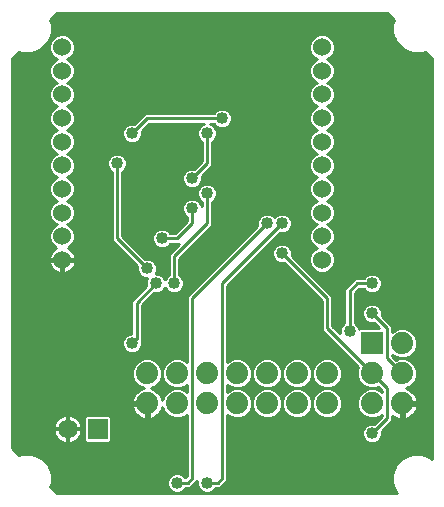
<source format=gbl>
G75*
G70*
%OFA0B0*%
%FSLAX24Y24*%
%IPPOS*%
%LPD*%
%AMOC8*
5,1,8,0,0,1.08239X$1,22.5*
%
%ADD10C,0.0600*%
%ADD11R,0.0740X0.0740*%
%ADD12C,0.0740*%
%ADD13R,0.0650X0.0650*%
%ADD14C,0.0650*%
%ADD15C,0.0100*%
%ADD16C,0.0400*%
D10*
X002401Y008519D03*
X002401Y009307D03*
X002401Y010094D03*
X002401Y010881D03*
X002401Y011669D03*
X002401Y012456D03*
X002401Y013244D03*
X002401Y014031D03*
X002401Y014818D03*
X002401Y015606D03*
X011063Y015606D03*
X011063Y014818D03*
X011063Y014031D03*
X011063Y013244D03*
X011063Y012456D03*
X011063Y011669D03*
X011063Y010881D03*
X011063Y010094D03*
X011063Y009307D03*
X011063Y008519D03*
D11*
X012732Y005732D03*
D12*
X012732Y004732D03*
X012732Y003732D03*
X013732Y003732D03*
X013732Y004732D03*
X013732Y005732D03*
X011232Y004732D03*
X011232Y003732D03*
X010232Y003732D03*
X010232Y004732D03*
X009232Y004732D03*
X009232Y003732D03*
X008232Y003732D03*
X008232Y004732D03*
X007232Y004732D03*
X007232Y003732D03*
X006232Y003732D03*
X006232Y004732D03*
X005232Y004732D03*
X005232Y003732D03*
D13*
X003582Y002882D03*
D14*
X002582Y002882D03*
D15*
X000958Y002006D02*
X000732Y002232D01*
X000732Y015232D01*
X000958Y015458D01*
X001069Y015412D01*
X001195Y015412D01*
X001232Y015412D01*
X001395Y015412D01*
X001696Y015537D01*
X001696Y015537D01*
X001927Y015767D01*
X001927Y015767D01*
X002052Y016069D01*
X002052Y016395D01*
X002006Y016506D01*
X002232Y016732D01*
X013232Y016732D01*
X013458Y016506D01*
X013412Y016395D01*
X013412Y016069D01*
X013412Y016069D01*
X013537Y015767D01*
X013767Y015537D01*
X013767Y015537D01*
X014069Y015412D01*
X014232Y015412D01*
X014269Y015412D01*
X014395Y015412D01*
X014506Y015458D01*
X014732Y015232D01*
X014732Y001891D01*
X014696Y001927D01*
X014395Y002052D01*
X014269Y002052D01*
X014232Y002052D01*
X014232Y002052D01*
X014195Y002052D01*
X014069Y002052D01*
X014069Y002052D01*
X013767Y001927D01*
X013537Y001696D01*
X013537Y001696D01*
X013412Y001395D01*
X013412Y001069D01*
X013412Y001069D01*
X013537Y000767D01*
X013572Y000732D01*
X002232Y000732D01*
X002006Y000958D01*
X002052Y001069D01*
X002052Y001395D01*
X001927Y001696D01*
X001927Y001696D01*
X001696Y001927D01*
X001395Y002052D01*
X001269Y002052D01*
X001232Y002052D01*
X001215Y002052D01*
X001195Y002052D01*
X001069Y002052D01*
X000958Y002006D01*
X001069Y002052D02*
X001069Y002052D01*
X000859Y002104D02*
X006552Y002104D01*
X006552Y002006D02*
X001506Y002006D01*
X001395Y002052D02*
X001395Y002052D01*
X001696Y001927D02*
X001696Y001927D01*
X001716Y001907D02*
X006552Y001907D01*
X006552Y001809D02*
X001815Y001809D01*
X001913Y001710D02*
X006552Y001710D01*
X006552Y001611D02*
X001962Y001611D01*
X002003Y001513D02*
X006552Y001513D01*
X006552Y001414D02*
X002044Y001414D01*
X002052Y001395D02*
X002052Y001395D01*
X002052Y001316D02*
X005999Y001316D01*
X006045Y001362D02*
X005952Y001269D01*
X005902Y001147D01*
X005902Y001016D01*
X005952Y000895D01*
X006045Y000802D01*
X006166Y000752D01*
X006297Y000752D01*
X006419Y000802D01*
X006512Y000895D01*
X006514Y000902D01*
X006656Y000902D01*
X006902Y001147D01*
X006902Y001016D01*
X006952Y000895D01*
X007045Y000802D01*
X007166Y000752D01*
X007297Y000752D01*
X007419Y000802D01*
X007512Y000895D01*
X007514Y000902D01*
X007656Y000902D01*
X007912Y001157D01*
X007912Y001306D01*
X007912Y003345D01*
X007949Y003308D01*
X008132Y003232D01*
X008331Y003232D01*
X008515Y003308D01*
X008656Y003449D01*
X008732Y003632D01*
X008808Y003449D01*
X008949Y003308D01*
X009132Y003232D01*
X009331Y003232D01*
X009515Y003308D01*
X009656Y003449D01*
X009732Y003632D01*
X009808Y003449D01*
X009949Y003308D01*
X010132Y003232D01*
X010331Y003232D01*
X010515Y003308D01*
X010656Y003449D01*
X010732Y003632D01*
X010808Y003449D01*
X010949Y003308D01*
X011132Y003232D01*
X011331Y003232D01*
X011515Y003308D01*
X011656Y003449D01*
X011732Y003632D01*
X011732Y003831D01*
X011656Y004015D01*
X011515Y004156D01*
X011331Y004232D01*
X011515Y004308D01*
X011656Y004449D01*
X011732Y004632D01*
X011732Y004831D01*
X011656Y005015D01*
X011515Y005156D01*
X011331Y005232D01*
X011132Y005232D01*
X010949Y005156D01*
X010808Y005015D01*
X010732Y004831D01*
X010732Y004632D01*
X010808Y004449D01*
X010949Y004308D01*
X011132Y004232D01*
X011331Y004232D01*
X011132Y004232D01*
X010949Y004156D01*
X010808Y004015D01*
X010732Y003831D01*
X010732Y003632D01*
X010732Y003831D01*
X010656Y004015D01*
X010515Y004156D01*
X010331Y004232D01*
X010515Y004308D01*
X010656Y004449D01*
X010732Y004632D01*
X010732Y004831D01*
X010656Y005015D01*
X010515Y005156D01*
X010331Y005232D01*
X010132Y005232D01*
X009949Y005156D01*
X009808Y005015D01*
X009732Y004831D01*
X009732Y004632D01*
X009808Y004449D01*
X009949Y004308D01*
X010132Y004232D01*
X010331Y004232D01*
X010132Y004232D01*
X009949Y004156D01*
X009808Y004015D01*
X009732Y003831D01*
X009732Y003632D01*
X009732Y003831D01*
X009656Y004015D01*
X009515Y004156D01*
X009331Y004232D01*
X009515Y004308D01*
X009656Y004449D01*
X009732Y004632D01*
X009732Y004831D01*
X009656Y005015D01*
X009515Y005156D01*
X009331Y005232D01*
X009132Y005232D01*
X008949Y005156D01*
X008808Y005015D01*
X008732Y004831D01*
X008732Y004632D01*
X008808Y004449D01*
X008949Y004308D01*
X009132Y004232D01*
X009331Y004232D01*
X009132Y004232D01*
X008949Y004156D01*
X008808Y004015D01*
X008732Y003831D01*
X008732Y003632D01*
X008732Y003831D01*
X008656Y004015D01*
X008515Y004156D01*
X008331Y004232D01*
X008515Y004308D01*
X008656Y004449D01*
X008732Y004632D01*
X008732Y004831D01*
X008656Y005015D01*
X008515Y005156D01*
X008331Y005232D01*
X008132Y005232D01*
X007949Y005156D01*
X007912Y005119D01*
X007912Y007657D01*
X009659Y009405D01*
X009666Y009402D01*
X009797Y009402D01*
X009919Y009452D01*
X010012Y009545D01*
X010062Y009666D01*
X010062Y009797D01*
X010012Y009919D01*
X009919Y010012D01*
X009797Y010062D01*
X009666Y010062D01*
X009545Y010012D01*
X009482Y009948D01*
X009419Y010012D01*
X009297Y010062D01*
X009166Y010062D01*
X009045Y010012D01*
X008952Y009919D01*
X008902Y009797D01*
X008902Y009666D01*
X008905Y009659D01*
X006657Y007412D01*
X006552Y007306D01*
X006552Y005119D01*
X006515Y005156D01*
X006331Y005232D01*
X006132Y005232D01*
X005949Y005156D01*
X005808Y005015D01*
X005732Y004831D01*
X005732Y004632D01*
X005808Y004449D01*
X005949Y004308D01*
X006132Y004232D01*
X006331Y004232D01*
X006515Y004308D01*
X006552Y004345D01*
X006552Y004119D01*
X006515Y004156D01*
X006331Y004232D01*
X006132Y004232D01*
X005949Y004156D01*
X005808Y004015D01*
X005740Y003850D01*
X005739Y003854D01*
X005714Y003931D01*
X005677Y004004D01*
X005628Y004071D01*
X005571Y004128D01*
X005504Y004177D01*
X005431Y004214D01*
X005354Y004239D01*
X005350Y004240D01*
X005515Y004308D01*
X005656Y004449D01*
X005732Y004632D01*
X005732Y004831D01*
X005656Y005015D01*
X005515Y005156D01*
X005331Y005232D01*
X005132Y005232D01*
X004949Y005156D01*
X004808Y005015D01*
X004732Y004831D01*
X004732Y004632D01*
X004808Y004449D01*
X004949Y004308D01*
X005114Y004240D01*
X005110Y004239D01*
X005032Y004214D01*
X004959Y004177D01*
X004893Y004128D01*
X004835Y004071D01*
X004787Y004004D01*
X004750Y003931D01*
X004725Y003854D01*
X004713Y003782D01*
X005182Y003782D01*
X005182Y003682D01*
X005282Y003682D01*
X005282Y003213D01*
X005354Y003225D01*
X005431Y003250D01*
X005504Y003287D01*
X005571Y003335D01*
X005628Y003393D01*
X005677Y003459D01*
X005714Y003532D01*
X005739Y003610D01*
X005740Y003614D01*
X005808Y003449D01*
X005949Y003308D01*
X006132Y003232D01*
X006331Y003232D01*
X006515Y003308D01*
X006552Y003345D01*
X006552Y001306D01*
X006512Y001267D01*
X006512Y001269D01*
X006419Y001362D01*
X006297Y001412D01*
X006166Y001412D01*
X006045Y001362D01*
X005931Y001217D02*
X002052Y001217D01*
X002052Y001119D02*
X005902Y001119D01*
X005902Y001020D02*
X002032Y001020D01*
X002052Y001069D02*
X002052Y001069D01*
X002042Y000922D02*
X005941Y000922D01*
X006024Y000823D02*
X002141Y000823D01*
X002471Y002419D02*
X002544Y002407D01*
X002563Y002407D01*
X002563Y002863D01*
X002601Y002863D01*
X002601Y002901D01*
X003057Y002901D01*
X003057Y002919D01*
X003045Y002993D01*
X003022Y003064D01*
X002988Y003131D01*
X002944Y003191D01*
X002891Y003244D01*
X002831Y003288D01*
X002764Y003322D01*
X002693Y003345D01*
X002619Y003357D01*
X002601Y003357D01*
X002601Y002901D01*
X002563Y002901D01*
X002563Y003357D01*
X002544Y003357D01*
X002471Y003345D01*
X002399Y003322D01*
X002333Y003288D01*
X002272Y003244D01*
X002219Y003191D01*
X002176Y003131D01*
X002142Y003064D01*
X002119Y002993D01*
X002107Y002919D01*
X002107Y002901D01*
X002563Y002901D01*
X002563Y002863D01*
X002107Y002863D01*
X002107Y002844D01*
X002119Y002771D01*
X002142Y002699D01*
X002176Y002633D01*
X002219Y002572D01*
X002272Y002519D01*
X002333Y002476D01*
X002399Y002442D01*
X002471Y002419D01*
X002563Y002498D02*
X002601Y002498D01*
X002601Y002407D02*
X002619Y002407D01*
X002693Y002419D01*
X002764Y002442D01*
X002831Y002476D01*
X002891Y002519D01*
X002944Y002572D01*
X002988Y002633D01*
X003022Y002699D01*
X003045Y002771D01*
X003057Y002844D01*
X003057Y002863D01*
X002601Y002863D01*
X002601Y002407D01*
X002601Y002597D02*
X002563Y002597D01*
X002563Y002695D02*
X002601Y002695D01*
X002601Y002794D02*
X002563Y002794D01*
X002563Y002892D02*
X000732Y002892D01*
X000732Y002794D02*
X002115Y002794D01*
X002144Y002695D02*
X000732Y002695D01*
X000732Y002597D02*
X002202Y002597D01*
X002301Y002498D02*
X000732Y002498D01*
X000732Y002400D02*
X006552Y002400D01*
X006552Y002498D02*
X004032Y002498D01*
X004037Y002503D02*
X003961Y002427D01*
X003203Y002427D01*
X003127Y002503D01*
X003127Y003261D01*
X003203Y003337D01*
X003961Y003337D01*
X004037Y003261D01*
X004037Y002503D01*
X004037Y002597D02*
X006552Y002597D01*
X006552Y002695D02*
X004037Y002695D01*
X004037Y002794D02*
X006552Y002794D01*
X006552Y002892D02*
X004037Y002892D01*
X004037Y002991D02*
X006552Y002991D01*
X006552Y003090D02*
X004037Y003090D01*
X004037Y003188D02*
X006552Y003188D01*
X006552Y003287D02*
X006464Y003287D01*
X006000Y003287D02*
X005504Y003287D01*
X005621Y003385D02*
X005871Y003385D01*
X005793Y003484D02*
X005689Y003484D01*
X005730Y003582D02*
X005753Y003582D01*
X005731Y003878D02*
X005751Y003878D01*
X005792Y003976D02*
X005691Y003976D01*
X005624Y004075D02*
X005868Y004075D01*
X005992Y004174D02*
X005508Y004174D01*
X005428Y004272D02*
X006035Y004272D01*
X005886Y004371D02*
X005578Y004371D01*
X005664Y004469D02*
X005799Y004469D01*
X005759Y004568D02*
X005705Y004568D01*
X005732Y004666D02*
X005732Y004666D01*
X005732Y004765D02*
X005732Y004765D01*
X005719Y004863D02*
X005745Y004863D01*
X005786Y004962D02*
X005678Y004962D01*
X005610Y005060D02*
X005853Y005060D01*
X005957Y005159D02*
X005507Y005159D01*
X005012Y005545D02*
X005062Y005666D01*
X005062Y005797D01*
X005059Y005804D01*
X005062Y005807D01*
X005062Y005956D01*
X005062Y007007D01*
X005459Y007405D01*
X005466Y007402D01*
X005597Y007402D01*
X005719Y007452D01*
X005812Y007545D01*
X005832Y007594D01*
X005852Y007545D01*
X005945Y007452D01*
X006066Y007402D01*
X006197Y007402D01*
X006319Y007452D01*
X006412Y007545D01*
X006462Y007666D01*
X006462Y007797D01*
X006412Y007919D01*
X006319Y008012D01*
X006312Y008014D01*
X006312Y008557D01*
X007306Y009552D01*
X007412Y009657D01*
X007412Y010449D01*
X007419Y010452D01*
X007512Y010545D01*
X007562Y010666D01*
X007562Y010797D01*
X007512Y010919D01*
X007419Y011012D01*
X007297Y011062D01*
X007166Y011062D01*
X007045Y011012D01*
X006952Y010919D01*
X006902Y010797D01*
X006902Y010666D01*
X006952Y010545D01*
X007045Y010452D01*
X007052Y010449D01*
X007052Y010321D01*
X007012Y010419D01*
X006919Y010512D01*
X006797Y010562D01*
X006666Y010562D01*
X006545Y010512D01*
X006452Y010419D01*
X006402Y010297D01*
X006402Y010166D01*
X006452Y010045D01*
X006545Y009952D01*
X006552Y009949D01*
X006552Y009806D01*
X006157Y009412D01*
X006014Y009412D01*
X006012Y009419D01*
X005919Y009512D01*
X005797Y009562D01*
X005666Y009562D01*
X005545Y009512D01*
X005452Y009419D01*
X005402Y009297D01*
X005402Y009166D01*
X005452Y009045D01*
X005545Y008952D01*
X005666Y008902D01*
X005797Y008902D01*
X005919Y008952D01*
X006012Y009045D01*
X006014Y009052D01*
X006157Y009052D01*
X006297Y009052D01*
X005952Y008706D01*
X005952Y008557D01*
X005952Y008014D01*
X005945Y008012D01*
X005852Y007919D01*
X005832Y007870D01*
X005812Y007919D01*
X005719Y008012D01*
X005597Y008062D01*
X005519Y008062D01*
X005562Y008166D01*
X005562Y008297D01*
X005512Y008419D01*
X005419Y008512D01*
X005297Y008562D01*
X005166Y008562D01*
X005159Y008559D01*
X004412Y009306D01*
X004412Y011449D01*
X004419Y011452D01*
X004512Y011545D01*
X004562Y011666D01*
X004562Y011797D01*
X004512Y011919D01*
X004419Y012012D01*
X004297Y012062D01*
X004166Y012062D01*
X004045Y012012D01*
X003952Y011919D01*
X003902Y011797D01*
X003902Y011666D01*
X003952Y011545D01*
X004045Y011452D01*
X004052Y011449D01*
X004052Y009157D01*
X004157Y009052D01*
X004905Y008304D01*
X004902Y008297D01*
X004902Y008166D01*
X004952Y008045D01*
X005045Y007952D01*
X005166Y007902D01*
X005245Y007902D01*
X005202Y007797D01*
X005202Y007666D01*
X005205Y007659D01*
X004702Y007156D01*
X004702Y007007D01*
X004702Y006062D01*
X004666Y006062D01*
X004545Y006012D01*
X004452Y005919D01*
X004402Y005797D01*
X004402Y005666D01*
X004452Y005545D01*
X004545Y005452D01*
X004666Y005402D01*
X004797Y005402D01*
X004919Y005452D01*
X005012Y005545D01*
X005015Y005553D02*
X006552Y005553D01*
X006552Y005455D02*
X004921Y005455D01*
X005056Y005652D02*
X006552Y005652D01*
X006552Y005750D02*
X005062Y005750D01*
X005062Y005849D02*
X006552Y005849D01*
X006552Y005947D02*
X005062Y005947D01*
X005062Y006046D02*
X006552Y006046D01*
X006552Y006144D02*
X005062Y006144D01*
X005062Y006243D02*
X006552Y006243D01*
X006552Y006341D02*
X005062Y006341D01*
X005062Y006440D02*
X006552Y006440D01*
X006552Y006539D02*
X005062Y006539D01*
X005062Y006637D02*
X006552Y006637D01*
X006552Y006736D02*
X005062Y006736D01*
X005062Y006834D02*
X006552Y006834D01*
X006552Y006933D02*
X005062Y006933D01*
X005086Y007031D02*
X006552Y007031D01*
X006552Y007130D02*
X005184Y007130D01*
X005283Y007228D02*
X006552Y007228D01*
X006572Y007327D02*
X005381Y007327D01*
X005168Y007623D02*
X000732Y007623D01*
X000732Y007721D02*
X005202Y007721D01*
X005211Y007820D02*
X000732Y007820D01*
X000732Y007918D02*
X005127Y007918D01*
X004980Y008017D02*
X000732Y008017D01*
X000732Y008115D02*
X002203Y008115D01*
X002228Y008102D02*
X002296Y008080D01*
X002366Y008069D01*
X002372Y008069D01*
X002372Y008490D01*
X002430Y008490D01*
X002430Y008069D01*
X002436Y008069D01*
X002506Y008080D01*
X002574Y008102D01*
X002637Y008134D01*
X002694Y008176D01*
X002744Y008226D01*
X002786Y008283D01*
X002818Y008346D01*
X002840Y008414D01*
X002851Y008484D01*
X002851Y008490D01*
X002430Y008490D01*
X002430Y008548D01*
X002851Y008548D01*
X002851Y008555D01*
X002840Y008625D01*
X002818Y008692D01*
X002786Y008755D01*
X002744Y008812D01*
X002694Y008862D01*
X002637Y008904D01*
X002599Y008923D01*
X002645Y008942D01*
X002766Y009063D01*
X002831Y009221D01*
X002831Y009392D01*
X002766Y009550D01*
X002645Y009671D01*
X002574Y009700D01*
X002645Y009729D01*
X002766Y009850D01*
X002831Y010008D01*
X002831Y010180D01*
X002766Y010338D01*
X002645Y010459D01*
X002574Y010488D01*
X002645Y010517D01*
X002766Y010638D01*
X002831Y010796D01*
X002831Y010967D01*
X002766Y011125D01*
X002645Y011246D01*
X002574Y011275D01*
X002645Y011304D01*
X002766Y011425D01*
X002831Y011583D01*
X002831Y011754D01*
X002766Y011912D01*
X002645Y012033D01*
X002574Y012062D01*
X002645Y012092D01*
X002766Y012213D01*
X002831Y012371D01*
X002831Y012542D01*
X002766Y012700D01*
X002645Y012821D01*
X002574Y012850D01*
X002645Y012879D01*
X002766Y013000D01*
X002831Y013158D01*
X002831Y013329D01*
X002766Y013487D01*
X002645Y013608D01*
X002574Y013637D01*
X002645Y013666D01*
X002766Y013787D01*
X002831Y013945D01*
X002831Y014117D01*
X002766Y014275D01*
X002645Y014396D01*
X002574Y014425D01*
X002645Y014454D01*
X002766Y014575D01*
X002831Y014733D01*
X002831Y014904D01*
X002766Y015062D01*
X002645Y015183D01*
X002574Y015212D01*
X002645Y015241D01*
X002766Y015362D01*
X002831Y015520D01*
X002831Y015691D01*
X002766Y015849D01*
X002645Y015970D01*
X002487Y016036D01*
X002316Y016036D01*
X002158Y015970D01*
X002037Y015849D01*
X001971Y015691D01*
X001971Y015520D01*
X002037Y015362D01*
X002158Y015241D01*
X002228Y015212D01*
X002158Y015183D01*
X002037Y015062D01*
X001971Y014904D01*
X001971Y014733D01*
X002037Y014575D01*
X002158Y014454D01*
X002228Y014425D01*
X002158Y014396D01*
X002037Y014275D01*
X001971Y014117D01*
X001971Y013945D01*
X002037Y013787D01*
X002158Y013666D01*
X002228Y013637D01*
X002158Y013608D01*
X002037Y013487D01*
X001971Y013329D01*
X001971Y013158D01*
X002037Y013000D01*
X002158Y012879D01*
X002228Y012850D01*
X002158Y012821D01*
X002037Y012700D01*
X001971Y012542D01*
X001971Y012371D01*
X002037Y012213D01*
X002158Y012092D01*
X002228Y012062D01*
X002158Y012033D01*
X002037Y011912D01*
X001971Y011754D01*
X001971Y011583D01*
X002037Y011425D01*
X002158Y011304D01*
X002228Y011275D01*
X002158Y011246D01*
X002037Y011125D01*
X001971Y010967D01*
X001971Y010796D01*
X002037Y010638D01*
X002158Y010517D01*
X002228Y010488D01*
X002158Y010459D01*
X002037Y010338D01*
X001971Y010180D01*
X001971Y010008D01*
X002037Y009850D01*
X002158Y009729D01*
X002228Y009700D01*
X002158Y009671D01*
X002037Y009550D01*
X001971Y009392D01*
X001971Y009221D01*
X002037Y009063D01*
X002158Y008942D01*
X002203Y008923D01*
X002165Y008904D01*
X002108Y008862D01*
X002058Y008812D01*
X002016Y008755D01*
X001984Y008692D01*
X001962Y008625D01*
X001951Y008555D01*
X001951Y008548D01*
X002372Y008548D01*
X002372Y008490D01*
X001951Y008490D01*
X001951Y008484D01*
X001962Y008414D01*
X001984Y008346D01*
X002016Y008283D01*
X002058Y008226D01*
X002108Y008176D01*
X002165Y008134D01*
X002228Y008102D01*
X002372Y008115D02*
X002430Y008115D01*
X002430Y008214D02*
X002372Y008214D01*
X002372Y008312D02*
X002430Y008312D01*
X002430Y008411D02*
X002372Y008411D01*
X002372Y008509D02*
X000732Y008509D01*
X000732Y008411D02*
X001963Y008411D01*
X002001Y008312D02*
X000732Y008312D01*
X000732Y008214D02*
X002070Y008214D01*
X001960Y008608D02*
X000732Y008608D01*
X000732Y008707D02*
X001992Y008707D01*
X002053Y008805D02*
X000732Y008805D01*
X000732Y008904D02*
X002165Y008904D01*
X002097Y009002D02*
X000732Y009002D01*
X000732Y009101D02*
X002021Y009101D01*
X001980Y009199D02*
X000732Y009199D01*
X000732Y009298D02*
X001971Y009298D01*
X001973Y009396D02*
X000732Y009396D01*
X000732Y009495D02*
X002014Y009495D01*
X002080Y009593D02*
X000732Y009593D01*
X000732Y009692D02*
X002208Y009692D01*
X002096Y009791D02*
X000732Y009791D01*
X000732Y009889D02*
X002021Y009889D01*
X001980Y009988D02*
X000732Y009988D01*
X000732Y010086D02*
X001971Y010086D01*
X001973Y010185D02*
X000732Y010185D01*
X000732Y010283D02*
X002014Y010283D01*
X002081Y010382D02*
X000732Y010382D01*
X000732Y010480D02*
X002210Y010480D01*
X002096Y010579D02*
X000732Y010579D01*
X000732Y010677D02*
X002020Y010677D01*
X001979Y010776D02*
X000732Y010776D01*
X000732Y010874D02*
X001971Y010874D01*
X001974Y010973D02*
X000732Y010973D01*
X000732Y011072D02*
X002014Y011072D01*
X002082Y011170D02*
X000732Y011170D01*
X000732Y011269D02*
X002213Y011269D01*
X002095Y011367D02*
X000732Y011367D01*
X000732Y011466D02*
X002020Y011466D01*
X001979Y011564D02*
X000732Y011564D01*
X000732Y011663D02*
X001971Y011663D01*
X001974Y011761D02*
X000732Y011761D01*
X000732Y011860D02*
X002015Y011860D01*
X002083Y011958D02*
X000732Y011958D01*
X000732Y012057D02*
X002215Y012057D01*
X002094Y012156D02*
X000732Y012156D01*
X000732Y012254D02*
X002019Y012254D01*
X001979Y012353D02*
X000732Y012353D01*
X000732Y012451D02*
X001971Y012451D01*
X001974Y012550D02*
X000732Y012550D01*
X000732Y012648D02*
X002015Y012648D01*
X002084Y012747D02*
X000732Y012747D01*
X000732Y012845D02*
X002217Y012845D01*
X002093Y012944D02*
X000732Y012944D01*
X000732Y013042D02*
X002019Y013042D01*
X001978Y013141D02*
X000732Y013141D01*
X000732Y013240D02*
X001971Y013240D01*
X001975Y013338D02*
X000732Y013338D01*
X000732Y013437D02*
X002016Y013437D01*
X002085Y013535D02*
X000732Y013535D01*
X000732Y013634D02*
X002219Y013634D01*
X002092Y013732D02*
X000732Y013732D01*
X000732Y013831D02*
X002019Y013831D01*
X001978Y013929D02*
X000732Y013929D01*
X000732Y014028D02*
X001971Y014028D01*
X001975Y014126D02*
X000732Y014126D01*
X000732Y014225D02*
X002016Y014225D01*
X002086Y014324D02*
X000732Y014324D01*
X000732Y014422D02*
X002222Y014422D01*
X002091Y014521D02*
X000732Y014521D01*
X000732Y014619D02*
X002018Y014619D01*
X001977Y014718D02*
X000732Y014718D01*
X000732Y014816D02*
X001971Y014816D01*
X001976Y014915D02*
X000732Y014915D01*
X000732Y015013D02*
X002016Y015013D01*
X002086Y015112D02*
X000732Y015112D01*
X000732Y015210D02*
X002224Y015210D01*
X002090Y015309D02*
X000809Y015309D01*
X000907Y015407D02*
X002018Y015407D01*
X001977Y015506D02*
X001622Y015506D01*
X001764Y015605D02*
X001971Y015605D01*
X001976Y015703D02*
X001863Y015703D01*
X001941Y015802D02*
X002017Y015802D01*
X001982Y015900D02*
X002087Y015900D01*
X002023Y015999D02*
X002226Y015999D01*
X002052Y016069D02*
X002052Y016069D01*
X002052Y016097D02*
X013412Y016097D01*
X013412Y016196D02*
X002052Y016196D01*
X002052Y016294D02*
X013412Y016294D01*
X013412Y016393D02*
X002052Y016393D01*
X002052Y016395D02*
X002052Y016395D01*
X002012Y016491D02*
X013452Y016491D01*
X013412Y016395D02*
X013412Y016395D01*
X013374Y016590D02*
X002090Y016590D01*
X002189Y016689D02*
X013275Y016689D01*
X013441Y015999D02*
X011237Y015999D01*
X011306Y015970D02*
X011148Y016036D01*
X010977Y016036D01*
X010819Y015970D01*
X010698Y015849D01*
X010633Y015691D01*
X010633Y015520D01*
X010698Y015362D01*
X010819Y015241D01*
X010889Y015212D01*
X010819Y015183D01*
X010698Y015062D01*
X010633Y014904D01*
X010633Y014733D01*
X010698Y014575D01*
X010819Y014454D01*
X010889Y014425D01*
X010819Y014396D01*
X010698Y014275D01*
X010633Y014117D01*
X010633Y013945D01*
X010698Y013787D01*
X010819Y013666D01*
X010889Y013637D01*
X010819Y013608D01*
X010698Y013487D01*
X010633Y013329D01*
X010633Y013158D01*
X010698Y013000D01*
X010819Y012879D01*
X010889Y012850D01*
X010819Y012821D01*
X010698Y012700D01*
X010633Y012542D01*
X010633Y012371D01*
X010698Y012213D01*
X010819Y012092D01*
X010889Y012062D01*
X010819Y012033D01*
X010698Y011912D01*
X010633Y011754D01*
X010633Y011583D01*
X010698Y011425D01*
X010819Y011304D01*
X010889Y011275D01*
X010819Y011246D01*
X010698Y011125D01*
X010633Y010967D01*
X010633Y010796D01*
X010698Y010638D01*
X010819Y010517D01*
X010889Y010488D01*
X010819Y010459D01*
X010698Y010338D01*
X010633Y010180D01*
X010633Y010008D01*
X010698Y009850D01*
X010819Y009729D01*
X010889Y009700D01*
X010819Y009671D01*
X010698Y009550D01*
X010633Y009392D01*
X010633Y009221D01*
X010698Y009063D01*
X010819Y008942D01*
X010889Y008913D01*
X010819Y008884D01*
X010698Y008763D01*
X010633Y008605D01*
X010633Y008434D01*
X010698Y008276D01*
X010819Y008155D01*
X010977Y008089D01*
X011148Y008089D01*
X011306Y008155D01*
X011427Y008276D01*
X011492Y008434D01*
X011492Y008605D01*
X011427Y008763D01*
X011306Y008884D01*
X011236Y008913D01*
X011306Y008942D01*
X011427Y009063D01*
X011492Y009221D01*
X011492Y009392D01*
X011427Y009550D01*
X011306Y009671D01*
X011236Y009700D01*
X011306Y009729D01*
X011427Y009850D01*
X011492Y010008D01*
X011492Y010180D01*
X011427Y010338D01*
X011306Y010459D01*
X011236Y010488D01*
X011306Y010517D01*
X011427Y010638D01*
X011492Y010796D01*
X011492Y010967D01*
X011427Y011125D01*
X011306Y011246D01*
X011236Y011275D01*
X011306Y011304D01*
X011427Y011425D01*
X011492Y011583D01*
X011492Y011754D01*
X011427Y011912D01*
X011306Y012033D01*
X011236Y012062D01*
X011306Y012092D01*
X011427Y012213D01*
X011492Y012371D01*
X011492Y012542D01*
X011427Y012700D01*
X011306Y012821D01*
X011236Y012850D01*
X011306Y012879D01*
X011427Y013000D01*
X011492Y013158D01*
X011492Y013329D01*
X011427Y013487D01*
X011306Y013608D01*
X011236Y013637D01*
X011306Y013666D01*
X011427Y013787D01*
X011492Y013945D01*
X011492Y014117D01*
X011427Y014275D01*
X011306Y014396D01*
X011236Y014425D01*
X011306Y014454D01*
X011427Y014575D01*
X011492Y014733D01*
X011492Y014904D01*
X011427Y015062D01*
X011306Y015183D01*
X011236Y015212D01*
X011306Y015241D01*
X011427Y015362D01*
X011492Y015520D01*
X011492Y015691D01*
X011427Y015849D01*
X011306Y015970D01*
X011376Y015900D02*
X013482Y015900D01*
X013522Y015802D02*
X011447Y015802D01*
X011488Y015703D02*
X013601Y015703D01*
X013537Y015767D02*
X013537Y015767D01*
X013699Y015605D02*
X011492Y015605D01*
X011487Y015506D02*
X013841Y015506D01*
X014069Y015412D02*
X014069Y015412D01*
X014395Y015412D02*
X014395Y015412D01*
X014556Y015407D02*
X011446Y015407D01*
X011374Y015309D02*
X014655Y015309D01*
X014732Y015210D02*
X011240Y015210D01*
X011377Y015112D02*
X014732Y015112D01*
X014732Y015013D02*
X011447Y015013D01*
X011488Y014915D02*
X014732Y014915D01*
X014732Y014816D02*
X011492Y014816D01*
X011486Y014718D02*
X014732Y014718D01*
X014732Y014619D02*
X011445Y014619D01*
X011373Y014521D02*
X014732Y014521D01*
X014732Y014422D02*
X011242Y014422D01*
X011378Y014324D02*
X014732Y014324D01*
X014732Y014225D02*
X011448Y014225D01*
X011488Y014126D02*
X014732Y014126D01*
X014732Y014028D02*
X011492Y014028D01*
X011486Y013929D02*
X014732Y013929D01*
X014732Y013831D02*
X011445Y013831D01*
X011372Y013732D02*
X014732Y013732D01*
X014732Y013634D02*
X011244Y013634D01*
X011379Y013535D02*
X014732Y013535D01*
X014732Y013437D02*
X011448Y013437D01*
X011489Y013338D02*
X014732Y013338D01*
X014732Y013240D02*
X011492Y013240D01*
X011485Y013141D02*
X014732Y013141D01*
X014732Y013042D02*
X011445Y013042D01*
X011371Y012944D02*
X014732Y012944D01*
X014732Y012845D02*
X011246Y012845D01*
X011380Y012747D02*
X014732Y012747D01*
X014732Y012648D02*
X011448Y012648D01*
X011489Y012550D02*
X014732Y012550D01*
X014732Y012451D02*
X011492Y012451D01*
X011485Y012353D02*
X014732Y012353D01*
X014732Y012254D02*
X011444Y012254D01*
X011370Y012156D02*
X014732Y012156D01*
X014732Y012057D02*
X011249Y012057D01*
X011381Y011958D02*
X014732Y011958D01*
X014732Y011860D02*
X011449Y011860D01*
X011490Y011761D02*
X014732Y011761D01*
X014732Y011663D02*
X011492Y011663D01*
X011485Y011564D02*
X014732Y011564D01*
X014732Y011466D02*
X011444Y011466D01*
X011369Y011367D02*
X014732Y011367D01*
X014732Y011269D02*
X011251Y011269D01*
X011382Y011170D02*
X014732Y011170D01*
X014732Y011072D02*
X011449Y011072D01*
X011490Y010973D02*
X014732Y010973D01*
X014732Y010874D02*
X011492Y010874D01*
X011484Y010776D02*
X014732Y010776D01*
X014732Y010677D02*
X011443Y010677D01*
X011368Y010579D02*
X014732Y010579D01*
X014732Y010480D02*
X011253Y010480D01*
X011383Y010382D02*
X014732Y010382D01*
X014732Y010283D02*
X011450Y010283D01*
X011490Y010185D02*
X014732Y010185D01*
X014732Y010086D02*
X011492Y010086D01*
X011484Y009988D02*
X014732Y009988D01*
X014732Y009889D02*
X011443Y009889D01*
X011367Y009791D02*
X014732Y009791D01*
X014732Y009692D02*
X011256Y009692D01*
X011384Y009593D02*
X014732Y009593D01*
X014732Y009495D02*
X011450Y009495D01*
X011491Y009396D02*
X014732Y009396D01*
X014732Y009298D02*
X011492Y009298D01*
X011483Y009199D02*
X014732Y009199D01*
X014732Y009101D02*
X011443Y009101D01*
X011366Y009002D02*
X014732Y009002D01*
X014732Y008904D02*
X011258Y008904D01*
X011385Y008805D02*
X014732Y008805D01*
X014732Y008707D02*
X011450Y008707D01*
X011491Y008608D02*
X014732Y008608D01*
X014732Y008509D02*
X011492Y008509D01*
X011483Y008411D02*
X014732Y008411D01*
X014732Y008312D02*
X011442Y008312D01*
X011365Y008214D02*
X014732Y008214D01*
X014732Y008115D02*
X011211Y008115D01*
X010914Y008115D02*
X010603Y008115D01*
X010701Y008017D02*
X012557Y008017D01*
X012545Y008012D02*
X012452Y007919D01*
X012449Y007912D01*
X012157Y007912D01*
X012052Y007806D01*
X011802Y007556D01*
X011802Y007407D01*
X011802Y006414D01*
X011795Y006412D01*
X011702Y006319D01*
X011652Y006197D01*
X011652Y006066D01*
X011412Y006306D01*
X011412Y007157D01*
X011412Y007306D01*
X010059Y008659D01*
X010062Y008666D01*
X010062Y008797D01*
X010012Y008919D01*
X009919Y009012D01*
X009797Y009062D01*
X009666Y009062D01*
X009545Y009012D01*
X009452Y008919D01*
X009402Y008797D01*
X009402Y008666D01*
X009452Y008545D01*
X009545Y008452D01*
X009666Y008402D01*
X009797Y008402D01*
X009804Y008405D01*
X011052Y007157D01*
X011052Y006157D01*
X011157Y006052D01*
X012275Y004934D01*
X012232Y004831D01*
X012232Y004632D01*
X012308Y004449D01*
X012449Y004308D01*
X012632Y004232D01*
X012831Y004232D01*
X012934Y004275D01*
X013052Y004157D01*
X013052Y004119D01*
X013015Y004156D01*
X012831Y004232D01*
X012632Y004232D01*
X012449Y004156D01*
X012308Y004015D01*
X012232Y003831D01*
X012232Y003632D01*
X012308Y003449D01*
X012449Y003308D01*
X012632Y003232D01*
X012831Y003232D01*
X013015Y003308D01*
X013052Y003345D01*
X013052Y003306D01*
X012804Y003059D01*
X012797Y003062D01*
X012666Y003062D01*
X012545Y003012D01*
X012452Y002919D01*
X012402Y002797D01*
X012402Y002666D01*
X012452Y002545D01*
X012545Y002452D01*
X012666Y002402D01*
X012797Y002402D01*
X012919Y002452D01*
X013012Y002545D01*
X013062Y002666D01*
X013062Y002797D01*
X013059Y002804D01*
X013412Y003157D01*
X013412Y003306D01*
X013412Y003322D01*
X013459Y003287D01*
X013532Y003250D01*
X013610Y003225D01*
X013682Y003213D01*
X013682Y003682D01*
X013782Y003682D01*
X013782Y003782D01*
X014250Y003782D01*
X014239Y003854D01*
X014214Y003931D01*
X014177Y004004D01*
X014128Y004071D01*
X014071Y004128D01*
X014004Y004177D01*
X013931Y004214D01*
X013854Y004239D01*
X013850Y004240D01*
X014015Y004308D01*
X014156Y004449D01*
X014232Y004632D01*
X014232Y004831D01*
X014156Y005015D01*
X014015Y005156D01*
X013831Y005232D01*
X014015Y005308D01*
X014156Y005449D01*
X014232Y005632D01*
X014232Y005831D01*
X014156Y006015D01*
X014015Y006156D01*
X013831Y006232D01*
X013632Y006232D01*
X013449Y006156D01*
X013412Y006119D01*
X013412Y006306D01*
X013306Y006412D01*
X013059Y006659D01*
X013062Y006666D01*
X013062Y006797D01*
X013012Y006919D01*
X012919Y007012D01*
X012797Y007062D01*
X012666Y007062D01*
X012545Y007012D01*
X012452Y006919D01*
X012402Y006797D01*
X012402Y006666D01*
X012452Y006545D01*
X012545Y006452D01*
X012666Y006402D01*
X012797Y006402D01*
X012804Y006405D01*
X012977Y006232D01*
X012308Y006232D01*
X012301Y006224D01*
X012262Y006319D01*
X012169Y006412D01*
X012162Y006414D01*
X012162Y007407D01*
X012306Y007552D01*
X012449Y007552D01*
X012452Y007545D01*
X012545Y007452D01*
X012666Y007402D01*
X012797Y007402D01*
X012919Y007452D01*
X013012Y007545D01*
X013062Y007666D01*
X013062Y007797D01*
X013012Y007919D01*
X012919Y008012D01*
X012797Y008062D01*
X012666Y008062D01*
X012545Y008012D01*
X012452Y007918D02*
X010800Y007918D01*
X010898Y007820D02*
X012065Y007820D01*
X011967Y007721D02*
X010997Y007721D01*
X011096Y007623D02*
X011868Y007623D01*
X011802Y007524D02*
X011194Y007524D01*
X011293Y007425D02*
X011802Y007425D01*
X011802Y007327D02*
X011391Y007327D01*
X011412Y007228D02*
X011802Y007228D01*
X011802Y007130D02*
X011412Y007130D01*
X011412Y007031D02*
X011802Y007031D01*
X011802Y006933D02*
X011412Y006933D01*
X011412Y006834D02*
X011802Y006834D01*
X011802Y006736D02*
X011412Y006736D01*
X011412Y006637D02*
X011802Y006637D01*
X011802Y006539D02*
X011412Y006539D01*
X011412Y006440D02*
X011802Y006440D01*
X011725Y006341D02*
X011412Y006341D01*
X011475Y006243D02*
X011671Y006243D01*
X011652Y006144D02*
X011574Y006144D01*
X011360Y005849D02*
X007912Y005849D01*
X007912Y005947D02*
X011262Y005947D01*
X011163Y006046D02*
X007912Y006046D01*
X007912Y006144D02*
X011065Y006144D01*
X011052Y006243D02*
X007912Y006243D01*
X007912Y006341D02*
X011052Y006341D01*
X011052Y006440D02*
X007912Y006440D01*
X007912Y006539D02*
X011052Y006539D01*
X011052Y006637D02*
X007912Y006637D01*
X007912Y006736D02*
X011052Y006736D01*
X011052Y006834D02*
X007912Y006834D01*
X007912Y006933D02*
X011052Y006933D01*
X011052Y007031D02*
X007912Y007031D01*
X007912Y007130D02*
X011052Y007130D01*
X010981Y007228D02*
X007912Y007228D01*
X007912Y007327D02*
X010882Y007327D01*
X010784Y007425D02*
X007912Y007425D01*
X007912Y007524D02*
X010685Y007524D01*
X010586Y007623D02*
X007912Y007623D01*
X007976Y007721D02*
X010488Y007721D01*
X010389Y007820D02*
X008074Y007820D01*
X008173Y007918D02*
X010291Y007918D01*
X010192Y008017D02*
X008271Y008017D01*
X008370Y008115D02*
X010094Y008115D01*
X009995Y008214D02*
X008468Y008214D01*
X008567Y008312D02*
X009897Y008312D01*
X009644Y008411D02*
X008665Y008411D01*
X008764Y008509D02*
X009487Y008509D01*
X009426Y008608D02*
X008863Y008608D01*
X008961Y008707D02*
X009402Y008707D01*
X009405Y008805D02*
X009060Y008805D01*
X009158Y008904D02*
X009446Y008904D01*
X009536Y009002D02*
X009257Y009002D01*
X009355Y009101D02*
X010682Y009101D01*
X010642Y009199D02*
X009454Y009199D01*
X009552Y009298D02*
X010633Y009298D01*
X010634Y009396D02*
X009651Y009396D01*
X009732Y009732D02*
X007732Y007732D01*
X007732Y001232D01*
X007582Y001082D01*
X007232Y001082D01*
X007440Y000823D02*
X013514Y000823D01*
X013537Y000767D02*
X013537Y000767D01*
X013473Y000922D02*
X007676Y000922D01*
X007775Y001020D02*
X013432Y001020D01*
X013412Y001119D02*
X007873Y001119D01*
X007912Y001217D02*
X013412Y001217D01*
X013412Y001316D02*
X007912Y001316D01*
X007912Y001414D02*
X013420Y001414D01*
X013412Y001395D02*
X013412Y001395D01*
X013461Y001513D02*
X007912Y001513D01*
X007912Y001611D02*
X013501Y001611D01*
X013550Y001710D02*
X007912Y001710D01*
X007912Y001809D02*
X013649Y001809D01*
X013747Y001907D02*
X007912Y001907D01*
X007912Y002006D02*
X013957Y002006D01*
X014395Y002052D02*
X014395Y002052D01*
X014506Y002006D02*
X014732Y002006D01*
X014696Y001927D02*
X014696Y001927D01*
X014716Y001907D02*
X014732Y001907D01*
X014732Y002104D02*
X007912Y002104D01*
X007912Y002203D02*
X014732Y002203D01*
X014732Y002301D02*
X007912Y002301D01*
X007912Y002400D02*
X014732Y002400D01*
X014732Y002498D02*
X012965Y002498D01*
X013033Y002597D02*
X014732Y002597D01*
X014732Y002695D02*
X013062Y002695D01*
X013062Y002794D02*
X014732Y002794D01*
X014732Y002892D02*
X013147Y002892D01*
X013246Y002991D02*
X014732Y002991D01*
X014732Y003090D02*
X013344Y003090D01*
X013412Y003188D02*
X014732Y003188D01*
X014732Y003287D02*
X014004Y003287D01*
X014071Y003335D01*
X014128Y003393D01*
X014177Y003459D01*
X014214Y003532D01*
X014239Y003610D01*
X014250Y003682D01*
X013782Y003682D01*
X013782Y003213D01*
X013854Y003225D01*
X013931Y003250D01*
X014004Y003287D01*
X014121Y003385D02*
X014732Y003385D01*
X014732Y003484D02*
X014189Y003484D01*
X014230Y003582D02*
X014732Y003582D01*
X014732Y003681D02*
X014250Y003681D01*
X014231Y003878D02*
X014732Y003878D01*
X014732Y003976D02*
X014191Y003976D01*
X014124Y004075D02*
X014732Y004075D01*
X014732Y004174D02*
X014008Y004174D01*
X013928Y004272D02*
X014732Y004272D01*
X014732Y004371D02*
X014078Y004371D01*
X014164Y004469D02*
X014732Y004469D01*
X014732Y004568D02*
X014205Y004568D01*
X014232Y004666D02*
X014732Y004666D01*
X014732Y004765D02*
X014232Y004765D01*
X014219Y004863D02*
X014732Y004863D01*
X014732Y004962D02*
X014178Y004962D01*
X014110Y005060D02*
X014732Y005060D01*
X014732Y005159D02*
X014007Y005159D01*
X013893Y005258D02*
X014732Y005258D01*
X014732Y005356D02*
X014063Y005356D01*
X014158Y005455D02*
X014732Y005455D01*
X014732Y005553D02*
X014199Y005553D01*
X014232Y005652D02*
X014732Y005652D01*
X014732Y005750D02*
X014232Y005750D01*
X014225Y005849D02*
X014732Y005849D01*
X014732Y005947D02*
X014184Y005947D01*
X014125Y006046D02*
X014732Y006046D01*
X014732Y006144D02*
X014026Y006144D01*
X013437Y006144D02*
X013412Y006144D01*
X013412Y006243D02*
X014732Y006243D01*
X014732Y006341D02*
X013377Y006341D01*
X013278Y006440D02*
X014732Y006440D01*
X014732Y006539D02*
X013180Y006539D01*
X013081Y006637D02*
X014732Y006637D01*
X014732Y006736D02*
X013062Y006736D01*
X013047Y006834D02*
X014732Y006834D01*
X014732Y006933D02*
X012997Y006933D01*
X012871Y007031D02*
X014732Y007031D01*
X014732Y007130D02*
X012162Y007130D01*
X012162Y007228D02*
X014732Y007228D01*
X014732Y007327D02*
X012162Y007327D01*
X012180Y007425D02*
X012609Y007425D01*
X012473Y007524D02*
X012279Y007524D01*
X012232Y007732D02*
X012732Y007732D01*
X012855Y007425D02*
X014732Y007425D01*
X014732Y007524D02*
X012991Y007524D01*
X013044Y007623D02*
X014732Y007623D01*
X014732Y007721D02*
X013062Y007721D01*
X013053Y007820D02*
X014732Y007820D01*
X014732Y007918D02*
X013012Y007918D01*
X012906Y008017D02*
X014732Y008017D01*
X013232Y006232D02*
X013232Y005232D01*
X013732Y004732D01*
X013529Y005189D02*
X013412Y005306D01*
X013412Y005345D01*
X013449Y005308D01*
X013632Y005232D01*
X013831Y005232D01*
X013632Y005232D01*
X013529Y005189D01*
X013570Y005258D02*
X013461Y005258D01*
X012732Y004732D02*
X011232Y006232D01*
X011232Y007232D01*
X009732Y008732D01*
X009928Y009002D02*
X010759Y009002D01*
X010867Y008904D02*
X010018Y008904D01*
X010059Y008805D02*
X010740Y008805D01*
X010675Y008707D02*
X010062Y008707D01*
X010110Y008608D02*
X010634Y008608D01*
X010633Y008509D02*
X010209Y008509D01*
X010307Y008411D02*
X010642Y008411D01*
X010683Y008312D02*
X010406Y008312D01*
X010504Y008214D02*
X010760Y008214D01*
X010675Y009495D02*
X009962Y009495D01*
X010032Y009593D02*
X010741Y009593D01*
X010869Y009692D02*
X010062Y009692D01*
X010062Y009791D02*
X010758Y009791D01*
X010682Y009889D02*
X010024Y009889D01*
X009943Y009988D02*
X010641Y009988D01*
X010633Y010086D02*
X007412Y010086D01*
X007412Y009988D02*
X009021Y009988D01*
X008940Y009889D02*
X007412Y009889D01*
X007412Y009791D02*
X008902Y009791D01*
X008902Y009692D02*
X007412Y009692D01*
X007348Y009593D02*
X008839Y009593D01*
X008740Y009495D02*
X007249Y009495D01*
X007151Y009396D02*
X008642Y009396D01*
X008543Y009298D02*
X007052Y009298D01*
X006954Y009199D02*
X008445Y009199D01*
X008346Y009101D02*
X006855Y009101D01*
X006757Y009002D02*
X008248Y009002D01*
X008149Y008904D02*
X006658Y008904D01*
X006560Y008805D02*
X008051Y008805D01*
X007952Y008707D02*
X006461Y008707D01*
X006363Y008608D02*
X007853Y008608D01*
X007755Y008509D02*
X006312Y008509D01*
X006312Y008411D02*
X007656Y008411D01*
X007558Y008312D02*
X006312Y008312D01*
X006312Y008214D02*
X007459Y008214D01*
X007361Y008115D02*
X006312Y008115D01*
X006312Y008017D02*
X007262Y008017D01*
X007164Y007918D02*
X006412Y007918D01*
X006453Y007820D02*
X007065Y007820D01*
X006967Y007721D02*
X006462Y007721D01*
X006444Y007623D02*
X006868Y007623D01*
X006769Y007524D02*
X006391Y007524D01*
X006255Y007425D02*
X006671Y007425D01*
X006732Y007232D02*
X006732Y001232D01*
X006582Y001082D01*
X006232Y001082D01*
X006440Y000823D02*
X007024Y000823D01*
X006941Y000922D02*
X006676Y000922D01*
X006775Y001020D02*
X006902Y001020D01*
X006902Y001119D02*
X006873Y001119D01*
X006552Y001316D02*
X006464Y001316D01*
X006552Y002203D02*
X000761Y002203D01*
X000732Y002301D02*
X006552Y002301D01*
X007912Y002498D02*
X012499Y002498D01*
X012431Y002597D02*
X007912Y002597D01*
X007912Y002695D02*
X012402Y002695D01*
X012402Y002794D02*
X007912Y002794D01*
X007912Y002892D02*
X012441Y002892D01*
X012524Y002991D02*
X007912Y002991D01*
X007912Y003090D02*
X012835Y003090D01*
X012934Y003188D02*
X007912Y003188D01*
X007912Y003287D02*
X008000Y003287D01*
X008464Y003287D02*
X009000Y003287D01*
X008871Y003385D02*
X008592Y003385D01*
X008670Y003484D02*
X008793Y003484D01*
X008753Y003582D02*
X008711Y003582D01*
X008732Y003681D02*
X008732Y003681D01*
X008732Y003779D02*
X008732Y003779D01*
X008751Y003878D02*
X008712Y003878D01*
X008672Y003976D02*
X008792Y003976D01*
X008868Y004075D02*
X008596Y004075D01*
X008472Y004174D02*
X008992Y004174D01*
X009035Y004272D02*
X008428Y004272D01*
X008331Y004232D02*
X008132Y004232D01*
X007949Y004308D01*
X007912Y004345D01*
X007912Y004119D01*
X007949Y004156D01*
X008132Y004232D01*
X008331Y004232D01*
X008578Y004371D02*
X008886Y004371D01*
X008799Y004469D02*
X008664Y004469D01*
X008705Y004568D02*
X008759Y004568D01*
X008732Y004666D02*
X008732Y004666D01*
X008732Y004765D02*
X008732Y004765D01*
X008719Y004863D02*
X008745Y004863D01*
X008786Y004962D02*
X008678Y004962D01*
X008610Y005060D02*
X008853Y005060D01*
X008957Y005159D02*
X008507Y005159D01*
X007957Y005159D02*
X007912Y005159D01*
X007912Y005258D02*
X011952Y005258D01*
X011853Y005356D02*
X007912Y005356D01*
X007912Y005455D02*
X011754Y005455D01*
X011656Y005553D02*
X007912Y005553D01*
X007912Y005652D02*
X011557Y005652D01*
X011459Y005750D02*
X007912Y005750D01*
X006552Y005356D02*
X000732Y005356D01*
X000732Y005258D02*
X006552Y005258D01*
X006552Y005159D02*
X006507Y005159D01*
X006552Y004272D02*
X006428Y004272D01*
X006472Y004174D02*
X006552Y004174D01*
X007912Y004174D02*
X007992Y004174D01*
X008035Y004272D02*
X007912Y004272D01*
X009428Y004272D02*
X010035Y004272D01*
X009992Y004174D02*
X009472Y004174D01*
X009596Y004075D02*
X009868Y004075D01*
X009792Y003976D02*
X009672Y003976D01*
X009712Y003878D02*
X009751Y003878D01*
X009732Y003779D02*
X009732Y003779D01*
X009732Y003681D02*
X009732Y003681D01*
X009711Y003582D02*
X009753Y003582D01*
X009793Y003484D02*
X009670Y003484D01*
X009592Y003385D02*
X009871Y003385D01*
X010000Y003287D02*
X009464Y003287D01*
X009578Y004371D02*
X009886Y004371D01*
X009799Y004469D02*
X009664Y004469D01*
X009705Y004568D02*
X009759Y004568D01*
X009732Y004666D02*
X009732Y004666D01*
X009732Y004765D02*
X009732Y004765D01*
X009719Y004863D02*
X009745Y004863D01*
X009786Y004962D02*
X009678Y004962D01*
X009610Y005060D02*
X009853Y005060D01*
X009957Y005159D02*
X009507Y005159D01*
X010507Y005159D02*
X010957Y005159D01*
X010853Y005060D02*
X010610Y005060D01*
X010678Y004962D02*
X010786Y004962D01*
X010745Y004863D02*
X010719Y004863D01*
X010732Y004765D02*
X010732Y004765D01*
X010732Y004666D02*
X010732Y004666D01*
X010705Y004568D02*
X010759Y004568D01*
X010799Y004469D02*
X010664Y004469D01*
X010578Y004371D02*
X010886Y004371D01*
X011035Y004272D02*
X010428Y004272D01*
X010472Y004174D02*
X010992Y004174D01*
X010868Y004075D02*
X010596Y004075D01*
X010672Y003976D02*
X010792Y003976D01*
X010751Y003878D02*
X010712Y003878D01*
X010732Y003779D02*
X010732Y003779D01*
X010732Y003681D02*
X010732Y003681D01*
X010711Y003582D02*
X010753Y003582D01*
X010793Y003484D02*
X010670Y003484D01*
X010592Y003385D02*
X010871Y003385D01*
X011000Y003287D02*
X010464Y003287D01*
X011464Y003287D02*
X012500Y003287D01*
X012371Y003385D02*
X011592Y003385D01*
X011670Y003484D02*
X012293Y003484D01*
X012253Y003582D02*
X011711Y003582D01*
X011732Y003681D02*
X012232Y003681D01*
X012232Y003779D02*
X011732Y003779D01*
X011712Y003878D02*
X012251Y003878D01*
X012292Y003976D02*
X011672Y003976D01*
X011596Y004075D02*
X012368Y004075D01*
X012492Y004174D02*
X011472Y004174D01*
X011428Y004272D02*
X012535Y004272D01*
X012386Y004371D02*
X011578Y004371D01*
X011664Y004469D02*
X012299Y004469D01*
X012259Y004568D02*
X011705Y004568D01*
X011732Y004666D02*
X012232Y004666D01*
X012232Y004765D02*
X011732Y004765D01*
X011719Y004863D02*
X012245Y004863D01*
X012247Y004962D02*
X011678Y004962D01*
X011610Y005060D02*
X012149Y005060D01*
X012050Y005159D02*
X011507Y005159D01*
X011982Y006132D02*
X011982Y007482D01*
X012232Y007732D01*
X012162Y007031D02*
X012593Y007031D01*
X012466Y006933D02*
X012162Y006933D01*
X012162Y006834D02*
X012417Y006834D01*
X012402Y006736D02*
X012162Y006736D01*
X012162Y006637D02*
X012414Y006637D01*
X012458Y006539D02*
X012162Y006539D01*
X012162Y006440D02*
X012574Y006440D01*
X012732Y006732D02*
X013232Y006232D01*
X012966Y006243D02*
X012293Y006243D01*
X012239Y006341D02*
X012868Y006341D01*
X012732Y004732D02*
X013232Y004232D01*
X013232Y003232D01*
X012732Y002732D01*
X012964Y003287D02*
X013032Y003287D01*
X013412Y003287D02*
X013460Y003287D01*
X013682Y003287D02*
X013782Y003287D01*
X013782Y003385D02*
X013682Y003385D01*
X013682Y003484D02*
X013782Y003484D01*
X013782Y003582D02*
X013682Y003582D01*
X013682Y003681D02*
X013782Y003681D01*
X013782Y003779D02*
X014732Y003779D01*
X013036Y004174D02*
X012972Y004174D01*
X012937Y004272D02*
X012928Y004272D01*
X009232Y009732D02*
X006732Y007232D01*
X006132Y007732D02*
X006132Y008632D01*
X007232Y009732D01*
X007232Y010732D01*
X007006Y010973D02*
X006940Y010973D01*
X006919Y010952D02*
X007012Y011045D01*
X007062Y011166D01*
X007062Y011297D01*
X007059Y011304D01*
X007306Y011552D01*
X007412Y011657D01*
X007412Y012449D01*
X007419Y012452D01*
X007512Y012545D01*
X007562Y012666D01*
X007562Y012797D01*
X007512Y012919D01*
X007419Y013012D01*
X007321Y013052D01*
X007449Y013052D01*
X007452Y013045D01*
X007545Y012952D01*
X007666Y012902D01*
X007797Y012902D01*
X007919Y012952D01*
X008012Y013045D01*
X008062Y013166D01*
X008062Y013297D01*
X008012Y013419D01*
X007919Y013512D01*
X007797Y013562D01*
X007666Y013562D01*
X007545Y013512D01*
X007452Y013419D01*
X007449Y013412D01*
X005306Y013412D01*
X005157Y013412D01*
X004804Y013059D01*
X004797Y013062D01*
X004666Y013062D01*
X004545Y013012D01*
X004452Y012919D01*
X004402Y012797D01*
X004402Y012666D01*
X004452Y012545D01*
X004545Y012452D01*
X004666Y012402D01*
X004797Y012402D01*
X004919Y012452D01*
X005012Y012545D01*
X005062Y012666D01*
X005062Y012797D01*
X005059Y012804D01*
X005306Y013052D01*
X007142Y013052D01*
X007045Y013012D01*
X006952Y012919D01*
X006902Y012797D01*
X006902Y012666D01*
X006952Y012545D01*
X007045Y012452D01*
X007052Y012449D01*
X007052Y011806D01*
X006804Y011559D01*
X006797Y011562D01*
X006666Y011562D01*
X006545Y011512D01*
X006452Y011419D01*
X006402Y011297D01*
X006402Y011166D01*
X006452Y011045D01*
X006545Y010952D01*
X006666Y010902D01*
X006797Y010902D01*
X006919Y010952D01*
X006934Y010874D02*
X004412Y010874D01*
X004412Y010776D02*
X006902Y010776D01*
X006902Y010677D02*
X004412Y010677D01*
X004412Y010579D02*
X006938Y010579D01*
X006950Y010480D02*
X007017Y010480D01*
X007027Y010382D02*
X007052Y010382D01*
X006732Y010232D02*
X006732Y009732D01*
X006232Y009232D01*
X005732Y009232D01*
X005528Y009495D02*
X004412Y009495D01*
X004412Y009593D02*
X006339Y009593D01*
X006240Y009495D02*
X005935Y009495D01*
X005969Y009002D02*
X006248Y009002D01*
X006149Y008904D02*
X005802Y008904D01*
X005662Y008904D02*
X004814Y008904D01*
X004716Y009002D02*
X005495Y009002D01*
X005429Y009101D02*
X004617Y009101D01*
X004519Y009199D02*
X005402Y009199D01*
X005402Y009298D02*
X004420Y009298D01*
X004412Y009396D02*
X005443Y009396D01*
X004913Y008805D02*
X006051Y008805D01*
X005952Y008707D02*
X005012Y008707D01*
X005110Y008608D02*
X005952Y008608D01*
X005952Y008509D02*
X005421Y008509D01*
X005515Y008411D02*
X005952Y008411D01*
X005952Y008312D02*
X005556Y008312D01*
X005562Y008214D02*
X005952Y008214D01*
X005952Y008115D02*
X005541Y008115D01*
X005706Y008017D02*
X005952Y008017D01*
X005852Y007918D02*
X005812Y007918D01*
X005532Y007732D02*
X004882Y007082D01*
X004882Y005882D01*
X004732Y005732D01*
X004542Y005455D02*
X000732Y005455D01*
X000732Y005553D02*
X004449Y005553D01*
X004408Y005652D02*
X000732Y005652D01*
X000732Y005750D02*
X004402Y005750D01*
X004423Y005849D02*
X000732Y005849D01*
X000732Y005947D02*
X004481Y005947D01*
X004628Y006046D02*
X000732Y006046D01*
X000732Y006144D02*
X004702Y006144D01*
X004702Y006243D02*
X000732Y006243D01*
X000732Y006341D02*
X004702Y006341D01*
X004702Y006440D02*
X000732Y006440D01*
X000732Y006539D02*
X004702Y006539D01*
X004702Y006637D02*
X000732Y006637D01*
X000732Y006736D02*
X004702Y006736D01*
X004702Y006834D02*
X000732Y006834D01*
X000732Y006933D02*
X004702Y006933D01*
X004702Y007031D02*
X000732Y007031D01*
X000732Y007130D02*
X004702Y007130D01*
X004774Y007228D02*
X000732Y007228D01*
X000732Y007327D02*
X004872Y007327D01*
X004971Y007425D02*
X000732Y007425D01*
X000732Y007524D02*
X005069Y007524D01*
X004923Y008115D02*
X002600Y008115D01*
X002732Y008214D02*
X004902Y008214D01*
X004897Y008312D02*
X002801Y008312D01*
X002839Y008411D02*
X004798Y008411D01*
X004700Y008509D02*
X002430Y008509D01*
X002750Y008805D02*
X004404Y008805D01*
X004503Y008707D02*
X002811Y008707D01*
X002843Y008608D02*
X004601Y008608D01*
X004305Y008904D02*
X002638Y008904D01*
X002705Y009002D02*
X004207Y009002D01*
X004108Y009101D02*
X002781Y009101D01*
X002822Y009199D02*
X004052Y009199D01*
X004052Y009298D02*
X002831Y009298D01*
X002829Y009396D02*
X004052Y009396D01*
X004052Y009495D02*
X002789Y009495D01*
X002722Y009593D02*
X004052Y009593D01*
X004052Y009692D02*
X002594Y009692D01*
X002706Y009791D02*
X004052Y009791D01*
X004052Y009889D02*
X002782Y009889D01*
X002822Y009988D02*
X004052Y009988D01*
X004052Y010086D02*
X002831Y010086D01*
X002829Y010185D02*
X004052Y010185D01*
X004052Y010283D02*
X002788Y010283D01*
X002721Y010382D02*
X004052Y010382D01*
X004052Y010480D02*
X002592Y010480D01*
X002707Y010579D02*
X004052Y010579D01*
X004052Y010677D02*
X002782Y010677D01*
X002823Y010776D02*
X004052Y010776D01*
X004052Y010874D02*
X002831Y010874D01*
X002829Y010973D02*
X004052Y010973D01*
X004052Y011072D02*
X002788Y011072D01*
X002720Y011170D02*
X004052Y011170D01*
X004052Y011269D02*
X002590Y011269D01*
X002708Y011367D02*
X004052Y011367D01*
X004031Y011466D02*
X002782Y011466D01*
X002823Y011564D02*
X003944Y011564D01*
X003903Y011663D02*
X002831Y011663D01*
X002828Y011761D02*
X003902Y011761D01*
X003928Y011860D02*
X002787Y011860D01*
X002719Y011958D02*
X003992Y011958D01*
X004155Y012057D02*
X002587Y012057D01*
X002709Y012156D02*
X007052Y012156D01*
X007052Y012254D02*
X002783Y012254D01*
X002824Y012353D02*
X007052Y012353D01*
X007047Y012451D02*
X004917Y012451D01*
X005014Y012550D02*
X006950Y012550D01*
X006909Y012648D02*
X005054Y012648D01*
X005062Y012747D02*
X006902Y012747D01*
X006922Y012845D02*
X005100Y012845D01*
X005198Y012944D02*
X006977Y012944D01*
X007120Y013042D02*
X005297Y013042D01*
X005232Y013232D02*
X004732Y012732D01*
X004547Y012451D02*
X002831Y012451D01*
X002828Y012550D02*
X004450Y012550D01*
X004409Y012648D02*
X002787Y012648D01*
X002719Y012747D02*
X004402Y012747D01*
X004422Y012845D02*
X002585Y012845D01*
X002709Y012944D02*
X004477Y012944D01*
X004619Y013042D02*
X002783Y013042D01*
X002824Y013141D02*
X004886Y013141D01*
X004985Y013240D02*
X002831Y013240D01*
X002827Y013338D02*
X005084Y013338D01*
X005232Y013232D02*
X007732Y013232D01*
X007470Y013437D02*
X002787Y013437D01*
X002718Y013535D02*
X007602Y013535D01*
X007862Y013535D02*
X010746Y013535D01*
X010677Y013437D02*
X007994Y013437D01*
X008045Y013338D02*
X010636Y013338D01*
X010633Y013240D02*
X008062Y013240D01*
X008051Y013141D02*
X010640Y013141D01*
X010680Y013042D02*
X008009Y013042D01*
X007899Y012944D02*
X010754Y012944D01*
X010879Y012845D02*
X007542Y012845D01*
X007562Y012747D02*
X010745Y012747D01*
X010677Y012648D02*
X007554Y012648D01*
X007514Y012550D02*
X010636Y012550D01*
X010633Y012451D02*
X007417Y012451D01*
X007412Y012353D02*
X010640Y012353D01*
X010681Y012254D02*
X007412Y012254D01*
X007412Y012156D02*
X010755Y012156D01*
X010876Y012057D02*
X007412Y012057D01*
X007412Y011958D02*
X010744Y011958D01*
X010676Y011860D02*
X007412Y011860D01*
X007412Y011761D02*
X010635Y011761D01*
X010633Y011663D02*
X007412Y011663D01*
X007319Y011564D02*
X010640Y011564D01*
X010681Y011466D02*
X007220Y011466D01*
X007122Y011367D02*
X010756Y011367D01*
X010874Y011269D02*
X007062Y011269D01*
X007062Y011170D02*
X010743Y011170D01*
X010676Y011072D02*
X007023Y011072D01*
X006732Y011232D02*
X007232Y011732D01*
X007232Y012732D01*
X007344Y013042D02*
X007454Y013042D01*
X007486Y012944D02*
X007565Y012944D01*
X007052Y012057D02*
X004309Y012057D01*
X004472Y011958D02*
X007052Y011958D01*
X007052Y011860D02*
X004536Y011860D01*
X004562Y011761D02*
X007007Y011761D01*
X006908Y011663D02*
X004560Y011663D01*
X004520Y011564D02*
X006810Y011564D01*
X006499Y011466D02*
X004432Y011466D01*
X004412Y011367D02*
X006431Y011367D01*
X006402Y011269D02*
X004412Y011269D01*
X004412Y011170D02*
X006402Y011170D01*
X006441Y011072D02*
X004412Y011072D01*
X004412Y010973D02*
X006524Y010973D01*
X006514Y010480D02*
X004412Y010480D01*
X004412Y010382D02*
X006437Y010382D01*
X006402Y010283D02*
X004412Y010283D01*
X004412Y010185D02*
X006402Y010185D01*
X006435Y010086D02*
X004412Y010086D01*
X004412Y009988D02*
X006509Y009988D01*
X006552Y009889D02*
X004412Y009889D01*
X004412Y009791D02*
X006536Y009791D01*
X006437Y009692D02*
X004412Y009692D01*
X004232Y009232D02*
X004232Y011732D01*
X002710Y013732D02*
X010753Y013732D01*
X010680Y013831D02*
X002784Y013831D01*
X002824Y013929D02*
X010639Y013929D01*
X010633Y014028D02*
X002831Y014028D01*
X002827Y014126D02*
X010637Y014126D01*
X010677Y014225D02*
X002786Y014225D01*
X002717Y014324D02*
X010747Y014324D01*
X010883Y014422D02*
X002581Y014422D01*
X002711Y014521D02*
X010752Y014521D01*
X010680Y014619D02*
X002784Y014619D01*
X002825Y014718D02*
X010639Y014718D01*
X010633Y014816D02*
X002831Y014816D01*
X002827Y014915D02*
X010637Y014915D01*
X010678Y015013D02*
X002786Y015013D01*
X002716Y015112D02*
X010748Y015112D01*
X010885Y015210D02*
X002578Y015210D01*
X002712Y015309D02*
X010751Y015309D01*
X010679Y015407D02*
X002784Y015407D01*
X002825Y015506D02*
X010638Y015506D01*
X010633Y015605D02*
X002831Y015605D01*
X002826Y015703D02*
X010637Y015703D01*
X010678Y015802D02*
X002785Y015802D01*
X002715Y015900D02*
X010749Y015900D01*
X010888Y015999D02*
X002576Y015999D01*
X001395Y015412D02*
X001395Y015412D01*
X001069Y015412D02*
X001069Y015412D01*
X002583Y013634D02*
X010881Y013634D01*
X010635Y010973D02*
X007457Y010973D01*
X007530Y010874D02*
X010633Y010874D01*
X010641Y010776D02*
X007562Y010776D01*
X007562Y010677D02*
X010682Y010677D01*
X010757Y010579D02*
X007526Y010579D01*
X007447Y010480D02*
X010872Y010480D01*
X010742Y010382D02*
X007412Y010382D01*
X007412Y010283D02*
X010676Y010283D01*
X010635Y010185D02*
X007412Y010185D01*
X009443Y009988D02*
X009521Y009988D01*
X006009Y007425D02*
X005655Y007425D01*
X005791Y007524D02*
X005873Y007524D01*
X005232Y008232D02*
X004232Y009232D01*
X004957Y005159D02*
X000732Y005159D01*
X000732Y005060D02*
X004853Y005060D01*
X004786Y004962D02*
X000732Y004962D01*
X000732Y004863D02*
X004745Y004863D01*
X004732Y004765D02*
X000732Y004765D01*
X000732Y004666D02*
X004732Y004666D01*
X004759Y004568D02*
X000732Y004568D01*
X000732Y004469D02*
X004799Y004469D01*
X004886Y004371D02*
X000732Y004371D01*
X000732Y004272D02*
X005035Y004272D01*
X004955Y004174D02*
X000732Y004174D01*
X000732Y004075D02*
X004840Y004075D01*
X004773Y003976D02*
X000732Y003976D01*
X000732Y003878D02*
X004733Y003878D01*
X004713Y003682D02*
X004725Y003610D01*
X004750Y003532D01*
X004787Y003459D01*
X004835Y003393D01*
X004893Y003335D01*
X004959Y003287D01*
X005032Y003250D01*
X005110Y003225D01*
X005182Y003213D01*
X005182Y003682D01*
X004713Y003682D01*
X004713Y003681D02*
X000732Y003681D01*
X000732Y003779D02*
X005182Y003779D01*
X005182Y003681D02*
X005282Y003681D01*
X005282Y003582D02*
X005182Y003582D01*
X005182Y003484D02*
X005282Y003484D01*
X005282Y003385D02*
X005182Y003385D01*
X005182Y003287D02*
X005282Y003287D01*
X004960Y003287D02*
X004011Y003287D01*
X004734Y003582D02*
X000732Y003582D01*
X000732Y003484D02*
X004775Y003484D01*
X004843Y003385D02*
X000732Y003385D01*
X000732Y003287D02*
X002331Y003287D01*
X002217Y003188D02*
X000732Y003188D01*
X000732Y003090D02*
X002155Y003090D01*
X002118Y002991D02*
X000732Y002991D01*
X002563Y002991D02*
X002601Y002991D01*
X002601Y002892D02*
X003127Y002892D01*
X003127Y002794D02*
X003049Y002794D01*
X003020Y002695D02*
X003127Y002695D01*
X003127Y002597D02*
X002962Y002597D01*
X002862Y002498D02*
X003131Y002498D01*
X003127Y002991D02*
X003045Y002991D01*
X003009Y003090D02*
X003127Y003090D01*
X003127Y003188D02*
X002946Y003188D01*
X002833Y003287D02*
X003153Y003287D01*
X002601Y003287D02*
X002563Y003287D01*
X002563Y003188D02*
X002601Y003188D01*
X002601Y003090D02*
X002563Y003090D01*
D16*
X004232Y001982D03*
X006232Y001082D03*
X007232Y001082D03*
X004732Y005732D03*
X005532Y007732D03*
X005232Y008232D03*
X006132Y007732D03*
X005732Y009232D03*
X006232Y010232D03*
X006732Y010232D03*
X007232Y010732D03*
X006732Y011232D03*
X007232Y012732D03*
X007732Y013232D03*
X005732Y015732D03*
X004732Y012732D03*
X004232Y011732D03*
X003732Y008232D03*
X001232Y008232D03*
X009032Y010382D03*
X009232Y009732D03*
X009732Y009732D03*
X009732Y008732D03*
X011982Y006132D03*
X012732Y006732D03*
X012732Y007732D03*
X012232Y008232D03*
X012732Y002732D03*
M02*

</source>
